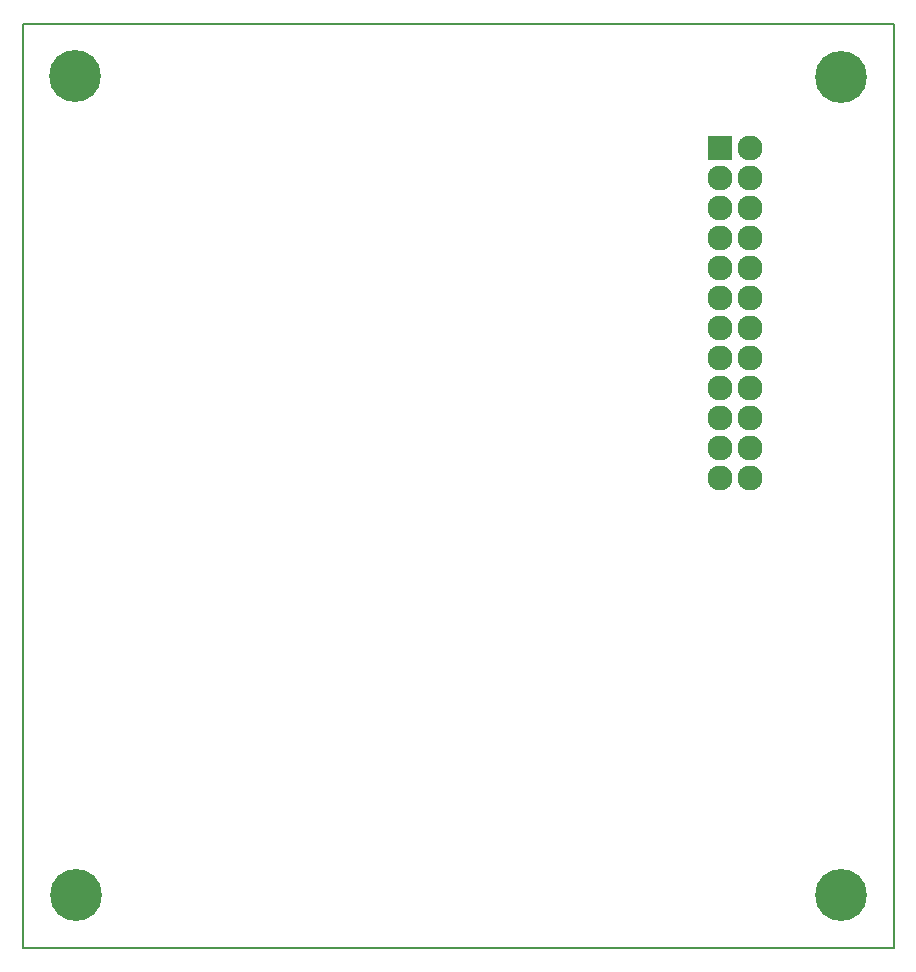
<source format=gbr>
G04 #@! TF.FileFunction,Soldermask,Bot*
%FSLAX46Y46*%
G04 Gerber Fmt 4.6, Leading zero omitted, Abs format (unit mm)*
G04 Created by KiCad (PCBNEW 4.0.5+dfsg1-4~bpo8+1) date Thu Jun 29 19:36:04 2017*
%MOMM*%
%LPD*%
G01*
G04 APERTURE LIST*
%ADD10C,0.100000*%
%ADD11C,0.150000*%
%ADD12R,2.127200X2.127200*%
%ADD13O,2.127200X2.127200*%
%ADD14C,4.400000*%
G04 APERTURE END LIST*
D10*
D11*
X134500000Y-72000000D02*
X134500000Y-150250000D01*
X208250000Y-72000000D02*
X134500000Y-72000000D01*
X208250000Y-150250000D02*
X208250000Y-72000000D01*
X134500000Y-150250000D02*
X208250000Y-150250000D01*
D12*
X193500000Y-82500000D03*
D13*
X196040000Y-82500000D03*
X193500000Y-85040000D03*
X196040000Y-85040000D03*
X193500000Y-87580000D03*
X196040000Y-87580000D03*
X193500000Y-90120000D03*
X196040000Y-90120000D03*
X193500000Y-92660000D03*
X196040000Y-92660000D03*
X193500000Y-95200000D03*
X196040000Y-95200000D03*
X193500000Y-97740000D03*
X196040000Y-97740000D03*
X193500000Y-100280000D03*
X196040000Y-100280000D03*
X193500000Y-102820000D03*
X196040000Y-102820000D03*
X193500000Y-105360000D03*
X196040000Y-105360000D03*
X193500000Y-107900000D03*
X196040000Y-107900000D03*
X193500000Y-110440000D03*
X196040000Y-110440000D03*
D14*
X138938000Y-76454000D03*
X139000000Y-145750000D03*
X203750000Y-145750000D03*
X203750000Y-76500000D03*
M02*

</source>
